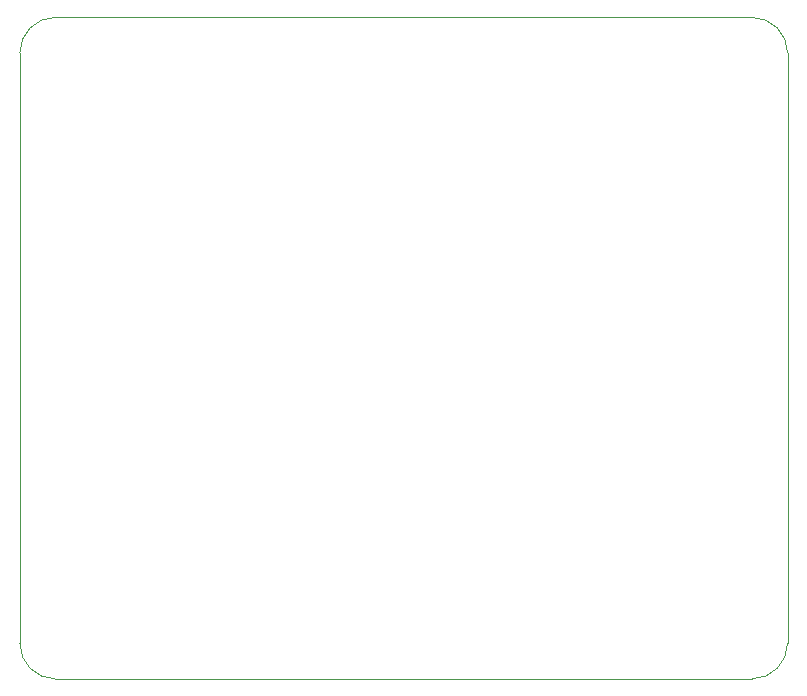
<source format=gbr>
G04 #@! TF.GenerationSoftware,KiCad,Pcbnew,5.1.5+dfsg1-2build2*
G04 #@! TF.CreationDate,2021-09-09T19:15:16+02:00*
G04 #@! TF.ProjectId,RPi_V24,5250695f-5632-4342-9e6b-696361645f70,1*
G04 #@! TF.SameCoordinates,Original*
G04 #@! TF.FileFunction,Profile,NP*
%FSLAX46Y46*%
G04 Gerber Fmt 4.6, Leading zero omitted, Abs format (unit mm)*
G04 Created by KiCad (PCBNEW 5.1.5+dfsg1-2build2) date 2021-09-09 19:15:16*
%MOMM*%
%LPD*%
G04 APERTURE LIST*
%ADD10C,0.100000*%
G04 APERTURE END LIST*
D10*
X78546356Y-63817611D02*
X78546356Y-113817611D01*
X78546356Y-63817611D02*
G75*
G02X81546356Y-60817611I3000000J0D01*
G01*
X140546356Y-60817611D02*
X81546356Y-60817611D01*
X140546356Y-60817611D02*
G75*
G02X143546356Y-63817611I0J-3000000D01*
G01*
X143546247Y-113792001D02*
X143546356Y-63817611D01*
X81546356Y-116817611D02*
G75*
G02X78546356Y-113817611I0J3000000D01*
G01*
X81546356Y-116817611D02*
X140546356Y-116817611D01*
X143546247Y-113792001D02*
G75*
G02X140546356Y-116817611I-2999891J-25610D01*
G01*
M02*

</source>
